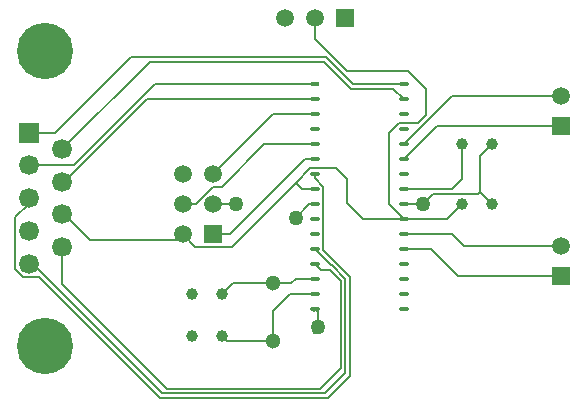
<source format=gtl>
%FSLAX44Y44*%
%MOMM*%
G71*
G01*
G75*
G04 Layer_Physical_Order=1*
G04 Layer_Color=255*
%ADD10R,0.8000X0.4000*%
%ADD11O,0.8000X0.4000*%
%ADD12C,0.2000*%
%ADD13C,1.5000*%
%ADD14R,1.5000X1.5000*%
%ADD15R,1.5000X1.5000*%
%ADD16C,4.7600*%
%ADD17R,1.6900X1.6900*%
%ADD18C,1.6900*%
%ADD19C,1.0000*%
%ADD20C,1.3000*%
%ADD21C,1.2700*%
D10*
X812800Y1061720D02*
D03*
D11*
Y1049020D02*
D03*
Y1036320D02*
D03*
Y1023620D02*
D03*
Y1010920D02*
D03*
Y998220D02*
D03*
Y985520D02*
D03*
Y972820D02*
D03*
Y960120D02*
D03*
Y947420D02*
D03*
Y934720D02*
D03*
Y922020D02*
D03*
Y909320D02*
D03*
Y896620D02*
D03*
Y883920D02*
D03*
Y871220D02*
D03*
X887800Y1061720D02*
D03*
Y1049020D02*
D03*
Y1036320D02*
D03*
Y1023620D02*
D03*
Y1010920D02*
D03*
Y998220D02*
D03*
Y985520D02*
D03*
Y972820D02*
D03*
Y960120D02*
D03*
Y947420D02*
D03*
Y934720D02*
D03*
Y922020D02*
D03*
Y909320D02*
D03*
Y896620D02*
D03*
Y883920D02*
D03*
Y871220D02*
D03*
D12*
X796504Y978295D02*
X801980Y972820D01*
X796504Y978295D02*
X808729Y990520D01*
X742429Y924220D02*
X796504Y978295D01*
X811530Y850900D02*
Y855980D01*
X812800Y871220D02*
X815340Y868680D01*
Y855980D02*
Y868680D01*
X734060Y883920D02*
X743220Y893080D01*
X777240D01*
X734060Y848360D02*
X738140Y844280D01*
X777240D01*
Y869950D01*
X791210Y883920D01*
X812800D01*
X796290Y896620D02*
X812800D01*
X792750Y893080D02*
X796290Y896620D01*
X777240Y893080D02*
X792750D01*
X701040Y934720D02*
X711540Y924220D01*
X742429D01*
X687070Y803910D02*
X816610D01*
X598650Y892330D02*
X687070Y803910D01*
X598650Y892330D02*
Y923650D01*
X816610Y803910D02*
X834390Y821690D01*
Y895350D01*
X821500Y799910D02*
X838390Y816800D01*
X683450Y799910D02*
X821500D01*
X838390Y816800D02*
Y897007D01*
X823850Y795910D02*
X842390Y814450D01*
X578660Y898350D02*
X681100Y795910D01*
X573560Y909800D02*
X683450Y799910D01*
X681100Y795910D02*
X823850D01*
X570250Y909800D02*
X573560D01*
X565507Y898350D02*
X578660D01*
X842390Y814450D02*
Y898664D01*
X807720Y960120D02*
X812800D01*
X796290Y948690D02*
X807720Y960120D01*
X845243Y1061720D02*
X887800D01*
X822193Y1084770D02*
X845243Y1061720D01*
X843586Y1057720D02*
X879100D01*
X820536Y1080770D02*
X843586Y1057720D01*
X839470Y1073150D02*
X891540D01*
X812800Y1099820D02*
X839470Y1073150D01*
X656780Y1084770D02*
X822193D01*
X672670Y1080770D02*
X820536D01*
X812800Y1099820D02*
Y1117600D01*
X887800Y960120D02*
X904240D01*
X912940Y968820D01*
X875030Y960190D02*
X887800Y947420D01*
X875030Y960190D02*
Y1019921D01*
X883729Y1028620D01*
X899843D01*
X906780Y1035557D01*
Y1057910D01*
X891540Y1073150D02*
X906780Y1057910D01*
X887800Y998220D02*
X915740Y1026160D01*
X1021080D01*
X887800Y1010920D02*
X928440Y1051560D01*
X1021080D01*
X912940Y968820D02*
X951040D01*
X952500Y970280D01*
X937260Y981710D02*
Y1010920D01*
X928370Y972820D02*
X937260Y981710D01*
X887800Y972820D02*
X928370D01*
X952500Y970280D02*
Y1000760D01*
X962660Y1010920D01*
X952500Y970280D02*
X962660Y960120D01*
X924560Y947420D02*
X937260Y960120D01*
X887800Y947420D02*
X924560D01*
X938530Y924560D02*
X1021080D01*
X928370Y934720D02*
X938530Y924560D01*
X887800Y934720D02*
X928370D01*
X933450Y899160D02*
X1021080D01*
X910590Y922020D02*
X933450Y899160D01*
X887800Y922020D02*
X910590D01*
X853440Y947420D02*
X887800D01*
X839470Y961390D02*
X853440Y947420D01*
X839470Y961390D02*
Y981710D01*
X830580Y990600D02*
X839470Y981710D01*
X808990Y990600D02*
X830580D01*
X808910Y990520D02*
X808990Y990600D01*
X808729Y990520D02*
X808910D01*
X570250Y960400D02*
Y965200D01*
X558800Y948950D02*
X570250Y960400D01*
X558800Y905057D02*
Y948950D01*
Y905057D02*
X565507Y898350D01*
X819800Y921254D02*
X842390Y898664D01*
X819800Y921254D02*
Y974891D01*
X812800Y981891D02*
X819800Y974891D01*
X812800Y981891D02*
Y985520D01*
X801980Y972820D02*
X812800D01*
X600590Y951350D02*
X622300Y929640D01*
X598650Y951350D02*
X600590D01*
X598650Y979050D02*
X600590D01*
X570250Y992900D02*
X570490Y993140D01*
X609023D01*
X598650Y1006750D02*
X672670Y1080770D01*
X570250Y1020600D02*
X592610D01*
X656780Y1084770D01*
X677603Y1061720D02*
X812800D01*
X670560Y1049020D02*
X812800D01*
X609023Y993140D02*
X677603Y1061720D01*
X600590Y979050D02*
X670560Y1049020D01*
X879100Y1057720D02*
X887800Y1049020D01*
X827157Y908240D02*
X838390Y897007D01*
X812800Y922020D02*
X826580Y908240D01*
X825500Y904240D02*
X834390Y895350D01*
X826580Y908240D02*
X827157D01*
X817880Y904240D02*
X825500D01*
X812800Y909320D02*
X817880Y904240D01*
X622300Y929640D02*
X695960D01*
X701040Y934720D01*
X777240Y1036320D02*
X812800D01*
X726440Y985520D02*
X777240Y1036320D01*
X701040Y960120D02*
X711591D01*
X726440Y934720D02*
X740410D01*
X803910Y998220D01*
X812800D01*
X711591Y960120D02*
X726491Y975020D01*
X733720D01*
X769620Y1010920D01*
X812800D01*
X726440Y960120D02*
X745490D01*
X811530Y869950D02*
X812800Y871220D01*
D13*
X787400Y1117600D02*
D03*
X812800D02*
D03*
X1021080Y1051560D02*
D03*
Y924560D02*
D03*
X701040Y985520D02*
D03*
X726440D02*
D03*
X701040Y960120D02*
D03*
X726440D02*
D03*
X701040Y934720D02*
D03*
D14*
X838200Y1117600D02*
D03*
D15*
X1021080Y1026160D02*
D03*
Y899160D02*
D03*
X726440Y934720D02*
D03*
D16*
X584450Y840250D02*
D03*
Y1090150D02*
D03*
D17*
X570250Y1020600D02*
D03*
D18*
X598650Y1006750D02*
D03*
X570250Y992900D02*
D03*
X598650Y979050D02*
D03*
X570250Y965200D02*
D03*
X598650Y951350D02*
D03*
X570250Y937500D02*
D03*
X598650Y923650D02*
D03*
X570250Y909800D02*
D03*
D19*
X734060Y883920D02*
D03*
X708660D02*
D03*
X734060Y848360D02*
D03*
X708660D02*
D03*
X962660Y960120D02*
D03*
X937260D02*
D03*
X962660Y1010920D02*
D03*
X937260D02*
D03*
D20*
X777240Y893080D02*
D03*
Y844280D02*
D03*
D21*
X815340Y855980D02*
D03*
X904240Y960120D02*
D03*
X796290Y948690D02*
D03*
X745490Y960120D02*
D03*
M02*

</source>
